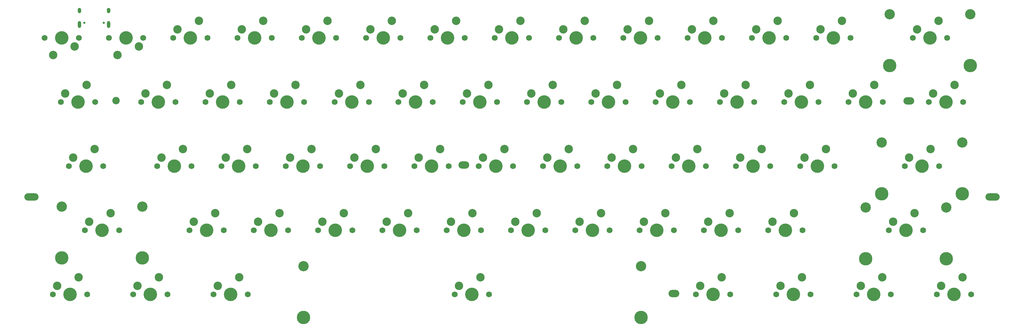
<source format=gts>
%TF.GenerationSoftware,KiCad,Pcbnew,8.0.3*%
%TF.CreationDate,2025-05-11T02:01:07-04:00*%
%TF.ProjectId,KP60,4b503630-2e6b-4696-9361-645f70636258,rev?*%
%TF.SameCoordinates,Original*%
%TF.FileFunction,Soldermask,Top*%
%TF.FilePolarity,Negative*%
%FSLAX46Y46*%
G04 Gerber Fmt 4.6, Leading zero omitted, Abs format (unit mm)*
G04 Created by KiCad (PCBNEW 8.0.3) date 2025-05-11 02:01:07*
%MOMM*%
%LPD*%
G01*
G04 APERTURE LIST*
%ADD10C,1.750000*%
%ADD11C,4.000000*%
%ADD12C,2.500000*%
%ADD13O,3.200000X2.200000*%
%ADD14C,3.048000*%
%ADD15C,3.987800*%
%ADD16O,4.200000X2.200000*%
%ADD17C,2.200000*%
%ADD18C,0.650000*%
%ADD19O,1.000000X1.600000*%
%ADD20O,1.000000X2.100000*%
G04 APERTURE END LIST*
D10*
%TO.C,S14*%
X327818750Y-83058000D03*
D11*
X332898750Y-83058000D03*
D10*
X337978750Y-83058000D03*
D12*
X329088750Y-80518000D03*
X335438750Y-77978000D03*
%TD*%
D13*
%TO.C,H4*%
X326640000Y-101760000D03*
%TD*%
%TO.C,H5*%
X194770000Y-120850000D03*
%TD*%
D10*
%TO.C,S42*%
X275431250Y-121158000D03*
D11*
X280511250Y-121158000D03*
D10*
X285591250Y-121158000D03*
D12*
X276701250Y-118618000D03*
X283051250Y-116078000D03*
%TD*%
D10*
%TO.C,S49*%
X170656250Y-140208000D03*
D11*
X175736250Y-140208000D03*
D10*
X180816250Y-140208000D03*
D12*
X171926250Y-137668000D03*
X178276250Y-135128000D03*
%TD*%
D10*
%TO.C,S36*%
X161131250Y-121158000D03*
D11*
X166211250Y-121158000D03*
D10*
X171291250Y-121158000D03*
D12*
X162401250Y-118618000D03*
X168751250Y-116078000D03*
%TD*%
D10*
%TO.C,S9*%
X223043750Y-83058000D03*
D11*
X228123750Y-83058000D03*
D10*
X233203750Y-83058000D03*
D12*
X224313750Y-80518000D03*
X230663750Y-77978000D03*
%TD*%
D14*
%TO.C,ST5*%
X320962000Y-76075000D03*
D15*
X320962000Y-91285000D03*
D14*
X344838000Y-76075000D03*
D15*
X344838000Y-91285000D03*
%TD*%
D10*
%TO.C,S43*%
X294481250Y-121158000D03*
D11*
X299561250Y-121158000D03*
D10*
X304641250Y-121158000D03*
D12*
X295751250Y-118618000D03*
X302101250Y-116078000D03*
%TD*%
D10*
%TO.C,S33*%
X103981250Y-121158000D03*
D11*
X109061250Y-121158000D03*
D10*
X114141250Y-121158000D03*
D12*
X105251250Y-118618000D03*
X111601250Y-116078000D03*
%TD*%
D10*
%TO.C,S23*%
X175418750Y-102108000D03*
D11*
X180498750Y-102108000D03*
D10*
X185578750Y-102108000D03*
D12*
X176688750Y-99568000D03*
X183038750Y-97028000D03*
%TD*%
D10*
%TO.C,S31*%
X332581250Y-102108000D03*
D11*
X337661250Y-102108000D03*
D10*
X342741250Y-102108000D03*
D12*
X333851250Y-99568000D03*
X340201250Y-97028000D03*
%TD*%
D10*
%TO.C,S21*%
X137318750Y-102108000D03*
D11*
X142398750Y-102108000D03*
D10*
X147478750Y-102108000D03*
D12*
X138588750Y-99568000D03*
X144938750Y-97028000D03*
%TD*%
D10*
%TO.C,S45*%
X82550000Y-140208000D03*
D11*
X87630000Y-140208000D03*
D10*
X92710000Y-140208000D03*
D12*
X83820000Y-137668000D03*
X90170000Y-135128000D03*
%TD*%
D10*
%TO.C,S20*%
X118268750Y-102108000D03*
D11*
X123348750Y-102108000D03*
D10*
X128428750Y-102108000D03*
D12*
X119538750Y-99568000D03*
X125888750Y-97028000D03*
%TD*%
D10*
%TO.C,S50*%
X189706250Y-140208000D03*
D11*
X194786250Y-140208000D03*
D10*
X199866250Y-140208000D03*
D12*
X190976250Y-137668000D03*
X197326250Y-135128000D03*
%TD*%
D10*
%TO.C,S64*%
X334962500Y-159258000D03*
D11*
X340042500Y-159258000D03*
D10*
X345122500Y-159258000D03*
D12*
X336232500Y-156718000D03*
X342582500Y-154178000D03*
%TD*%
D13*
%TO.C,H6*%
X257060000Y-159050000D03*
%TD*%
D10*
%TO.C,S60*%
X192087500Y-159258000D03*
D11*
X197167500Y-159258000D03*
D10*
X202247500Y-159258000D03*
D12*
X193357500Y-156718000D03*
X199707500Y-154178000D03*
%TD*%
D10*
%TO.C,S52*%
X227806250Y-140208000D03*
D11*
X232886250Y-140208000D03*
D10*
X237966250Y-140208000D03*
D12*
X229076250Y-137668000D03*
X235426250Y-135128000D03*
%TD*%
D10*
%TO.C,S29*%
X289718750Y-102108000D03*
D11*
X294798750Y-102108000D03*
D10*
X299878750Y-102108000D03*
D12*
X290988750Y-99568000D03*
X297338750Y-97028000D03*
%TD*%
D10*
%TO.C,S57*%
X73025000Y-159258000D03*
D11*
X78105000Y-159258000D03*
D10*
X83185000Y-159258000D03*
D12*
X74295000Y-156718000D03*
X80645000Y-154178000D03*
%TD*%
D10*
%TO.C,S25*%
X213518750Y-102108000D03*
D11*
X218598750Y-102108000D03*
D10*
X223678750Y-102108000D03*
D12*
X214788750Y-99568000D03*
X221138750Y-97028000D03*
%TD*%
D10*
%TO.C,S13*%
X299243750Y-83058000D03*
D11*
X304323750Y-83058000D03*
D10*
X309403750Y-83058000D03*
D12*
X300513750Y-80518000D03*
X306863750Y-77978000D03*
%TD*%
D10*
%TO.C,S24*%
X194468750Y-102108000D03*
D11*
X199548750Y-102108000D03*
D10*
X204628750Y-102108000D03*
D12*
X195738750Y-99568000D03*
X202088750Y-97028000D03*
%TD*%
D10*
%TO.C,S47*%
X132556250Y-140208000D03*
D11*
X137636250Y-140208000D03*
D10*
X142716250Y-140208000D03*
D12*
X133826250Y-137668000D03*
X140176250Y-135128000D03*
%TD*%
D10*
%TO.C,S4*%
X127793750Y-83058000D03*
D11*
X132873750Y-83058000D03*
D10*
X137953750Y-83058000D03*
D12*
X129063750Y-80518000D03*
X135413750Y-77978000D03*
%TD*%
D10*
%TO.C,S1*%
X80803750Y-83058000D03*
D11*
X75723750Y-83058000D03*
D10*
X70643750Y-83058000D03*
D12*
X79533750Y-85598000D03*
X73183750Y-88138000D03*
%TD*%
D10*
%TO.C,S37*%
X180181250Y-121158000D03*
D11*
X185261250Y-121158000D03*
D10*
X190341250Y-121158000D03*
D12*
X181451250Y-118618000D03*
X187801250Y-116078000D03*
%TD*%
D10*
%TO.C,S58*%
X96837500Y-159258000D03*
D11*
X101917500Y-159258000D03*
D10*
X106997500Y-159258000D03*
D12*
X98107500Y-156718000D03*
X104457500Y-154178000D03*
%TD*%
D10*
%TO.C,S48*%
X151606250Y-140208000D03*
D11*
X156686250Y-140208000D03*
D10*
X161766250Y-140208000D03*
D12*
X152876250Y-137668000D03*
X159226250Y-135128000D03*
%TD*%
D10*
%TO.C,S30*%
X308768750Y-102108000D03*
D11*
X313848750Y-102108000D03*
D10*
X318928750Y-102108000D03*
D12*
X310038750Y-99568000D03*
X316388750Y-97028000D03*
%TD*%
D14*
%TO.C,ST1*%
X147297000Y-150890000D03*
D15*
X147297000Y-166100000D03*
D14*
X247297000Y-150890000D03*
D15*
X247297000Y-166100000D03*
%TD*%
D10*
%TO.C,S28*%
X270668750Y-102108000D03*
D11*
X275748750Y-102108000D03*
D10*
X280828750Y-102108000D03*
D12*
X271938750Y-99568000D03*
X278288750Y-97028000D03*
%TD*%
D10*
%TO.C,S26*%
X232568750Y-102108000D03*
D11*
X237648750Y-102108000D03*
D10*
X242728750Y-102108000D03*
D12*
X233838750Y-99568000D03*
X240188750Y-97028000D03*
%TD*%
D10*
%TO.C,S59*%
X120650000Y-159258000D03*
D11*
X125730000Y-159258000D03*
D10*
X130810000Y-159258000D03*
D12*
X121920000Y-156718000D03*
X128270000Y-154178000D03*
%TD*%
D10*
%TO.C,S39*%
X218281250Y-121158000D03*
D11*
X223361250Y-121158000D03*
D10*
X228441250Y-121158000D03*
D12*
X219551250Y-118618000D03*
X225901250Y-116078000D03*
%TD*%
D10*
%TO.C,S8*%
X203993750Y-83058000D03*
D11*
X209073750Y-83058000D03*
D10*
X214153750Y-83058000D03*
D12*
X205263750Y-80518000D03*
X211613750Y-77978000D03*
%TD*%
D14*
%TO.C,ST4*%
X318582000Y-114175000D03*
D15*
X318582000Y-129385000D03*
D14*
X342458000Y-114175000D03*
D15*
X342458000Y-129385000D03*
%TD*%
D10*
%TO.C,S19*%
X99218750Y-102108000D03*
D11*
X104298750Y-102108000D03*
D10*
X109378750Y-102108000D03*
D12*
X100488750Y-99568000D03*
X106838750Y-97028000D03*
%TD*%
D10*
%TO.C,S3*%
X108743750Y-83058000D03*
D11*
X113823750Y-83058000D03*
D10*
X118903750Y-83058000D03*
D12*
X110013750Y-80518000D03*
X116363750Y-77978000D03*
%TD*%
D10*
%TO.C,S38*%
X199231250Y-121158000D03*
D11*
X204311250Y-121158000D03*
D10*
X209391250Y-121158000D03*
D12*
X200501250Y-118618000D03*
X206851250Y-116078000D03*
%TD*%
D10*
%TO.C,S41*%
X256381250Y-121158000D03*
D11*
X261461250Y-121158000D03*
D10*
X266541250Y-121158000D03*
D12*
X257651250Y-118618000D03*
X264001250Y-116078000D03*
%TD*%
D10*
%TO.C,S10*%
X242093750Y-83058000D03*
D11*
X247173750Y-83058000D03*
D10*
X252253750Y-83058000D03*
D12*
X243363750Y-80518000D03*
X249713750Y-77978000D03*
%TD*%
D10*
%TO.C,S62*%
X287337500Y-159258000D03*
D11*
X292417500Y-159258000D03*
D10*
X297497500Y-159258000D03*
D12*
X288607500Y-156718000D03*
X294957500Y-154178000D03*
%TD*%
D10*
%TO.C,S5*%
X146843750Y-83058000D03*
D11*
X151923750Y-83058000D03*
D10*
X157003750Y-83058000D03*
D12*
X148113750Y-80518000D03*
X154463750Y-77978000D03*
%TD*%
D10*
%TO.C,S12*%
X280193750Y-83058000D03*
D11*
X285273750Y-83058000D03*
D10*
X290353750Y-83058000D03*
D12*
X281463750Y-80518000D03*
X287813750Y-77978000D03*
%TD*%
D10*
%TO.C,S53*%
X246856250Y-140208000D03*
D11*
X251936250Y-140208000D03*
D10*
X257016250Y-140208000D03*
D12*
X248126250Y-137668000D03*
X254476250Y-135128000D03*
%TD*%
D10*
%TO.C,S54*%
X265906250Y-140208000D03*
D11*
X270986250Y-140208000D03*
D10*
X276066250Y-140208000D03*
D12*
X267176250Y-137668000D03*
X273526250Y-135128000D03*
%TD*%
D10*
%TO.C,S63*%
X311150000Y-159258000D03*
D11*
X316230000Y-159258000D03*
D10*
X321310000Y-159258000D03*
D12*
X312420000Y-156718000D03*
X318770000Y-154178000D03*
%TD*%
D10*
%TO.C,S22*%
X156527500Y-102108000D03*
D11*
X161607500Y-102108000D03*
D10*
X166687500Y-102108000D03*
D12*
X157797500Y-99568000D03*
X164147500Y-97028000D03*
%TD*%
D10*
%TO.C,S11*%
X261143750Y-83058000D03*
D11*
X266223750Y-83058000D03*
D10*
X271303750Y-83058000D03*
D12*
X262413750Y-80518000D03*
X268763750Y-77978000D03*
%TD*%
D10*
%TO.C,S18*%
X75406250Y-102108000D03*
D11*
X80486250Y-102108000D03*
D10*
X85566250Y-102108000D03*
D12*
X76676250Y-99568000D03*
X83026250Y-97028000D03*
%TD*%
D14*
%TO.C,ST2*%
X75692000Y-133225000D03*
D15*
X75692000Y-148435000D03*
D14*
X99568000Y-133225000D03*
D15*
X99568000Y-148435000D03*
%TD*%
D10*
%TO.C,S32*%
X77787500Y-121158000D03*
D11*
X82867500Y-121158000D03*
D10*
X87947500Y-121158000D03*
D12*
X79057500Y-118618000D03*
X85407500Y-116078000D03*
%TD*%
D14*
%TO.C,ST3*%
X313812000Y-133435000D03*
D15*
X313812000Y-148645000D03*
D14*
X337688000Y-133435000D03*
D15*
X337688000Y-148645000D03*
%TD*%
D16*
%TO.C,H2*%
X66720000Y-130340000D03*
%TD*%
D10*
%TO.C,S51*%
X208756250Y-140208000D03*
D11*
X213836250Y-140208000D03*
D10*
X218916250Y-140208000D03*
D12*
X210026250Y-137668000D03*
X216376250Y-135128000D03*
%TD*%
D10*
%TO.C,S56*%
X320675000Y-140208000D03*
D11*
X325755000Y-140208000D03*
D10*
X330835000Y-140208000D03*
D12*
X321945000Y-137668000D03*
X328295000Y-135128000D03*
%TD*%
D10*
%TO.C,S61*%
X263525000Y-159258000D03*
D11*
X268605000Y-159258000D03*
D10*
X273685000Y-159258000D03*
D12*
X264795000Y-156718000D03*
X271145000Y-154178000D03*
%TD*%
D10*
%TO.C,S46*%
X113506250Y-140208000D03*
D11*
X118586250Y-140208000D03*
D10*
X123666250Y-140208000D03*
D12*
X114776250Y-137668000D03*
X121126250Y-135128000D03*
%TD*%
D10*
%TO.C,S55*%
X284956250Y-140208000D03*
D11*
X290036250Y-140208000D03*
D10*
X295116250Y-140208000D03*
D12*
X286226250Y-137668000D03*
X292576250Y-135128000D03*
%TD*%
D10*
%TO.C,S40*%
X237331250Y-121158000D03*
D11*
X242411250Y-121158000D03*
D10*
X247491250Y-121158000D03*
D12*
X238601250Y-118618000D03*
X244951250Y-116078000D03*
%TD*%
D10*
%TO.C,S35*%
X142081250Y-121158000D03*
D11*
X147161250Y-121158000D03*
D10*
X152241250Y-121158000D03*
D12*
X143351250Y-118618000D03*
X149701250Y-116078000D03*
%TD*%
D17*
%TO.C,H3*%
X91750000Y-101730000D03*
%TD*%
D10*
%TO.C,S6*%
X165893750Y-83058000D03*
D11*
X170973750Y-83058000D03*
D10*
X176053750Y-83058000D03*
D12*
X167163750Y-80518000D03*
X173513750Y-77978000D03*
%TD*%
D10*
%TO.C,S27*%
X251618750Y-102108000D03*
D11*
X256698750Y-102108000D03*
D10*
X261778750Y-102108000D03*
D12*
X252888750Y-99568000D03*
X259238750Y-97028000D03*
%TD*%
D16*
%TO.C,H1*%
X351410000Y-130340000D03*
%TD*%
D10*
%TO.C,S44*%
X325437500Y-121158000D03*
D11*
X330517500Y-121158000D03*
D10*
X335597500Y-121158000D03*
D12*
X326707500Y-118618000D03*
X333057500Y-116078000D03*
%TD*%
D10*
%TO.C,S7*%
X184943750Y-83058000D03*
D11*
X190023750Y-83058000D03*
D10*
X195103750Y-83058000D03*
D12*
X186213750Y-80518000D03*
X192563750Y-77978000D03*
%TD*%
D10*
%TO.C,S2*%
X99853750Y-83058000D03*
D11*
X94773750Y-83058000D03*
D10*
X89693750Y-83058000D03*
D12*
X98583750Y-85598000D03*
X92233750Y-88138000D03*
%TD*%
D10*
%TO.C,S34*%
X123031250Y-121158000D03*
D11*
X128111250Y-121158000D03*
D10*
X133191250Y-121158000D03*
D12*
X124301250Y-118618000D03*
X130651250Y-116078000D03*
%TD*%
D18*
%TO.C,J1*%
X82392500Y-78580000D03*
X88172500Y-78580000D03*
D19*
X80962500Y-74930000D03*
D20*
X80962500Y-79110000D03*
D19*
X89602500Y-74930000D03*
D20*
X89602500Y-79110000D03*
%TD*%
M02*

</source>
